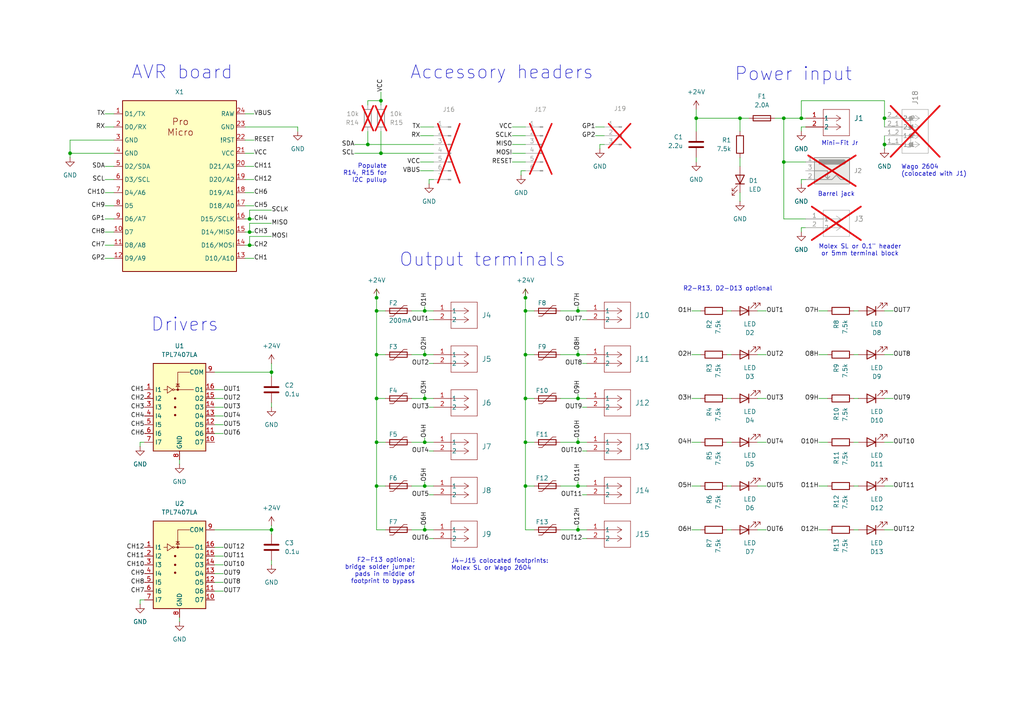
<source format=kicad_sch>
(kicad_sch (version 20231120) (generator "eeschema") (generator_version "8.0")
  (paper "A4")
  (title_block (title "UXIB-DN12 12-channel USB solenoid/relay driver") (date "2024-10-08") (rev "5") (company "Bioengineering Platform, Chan Zuckerberg Biohub San Francisco") (comment 1 "Greg Courville <greg.courville@czbiohub.org>"))
  (lib_symbols
    (symbol "Connector:Barrel_Jack_Switch" (pin_names hide)
      (property "Reference" "J" (at 0 5.334 0))
      (property "Value" "Barrel_Jack_Switch" (at 0 -5.08 0))
      (symbol "Barrel_Jack_Switch_1_1"
        (pin passive line (at 7.62 2.54 180) (length 2.54) (name "~") (number "1"))
        (pin passive line (at 7.62 -2.54 180) (length 2.54) (name "~") (number "2"))
        (pin passive line (at 7.62 0 180) (length 2.54) (name "~") (number "3"))
      )
    )
    (symbol "Connector:Conn_01x03_Pin" (pin_names (offset 1.016) hide)
      (property "Reference" "J" (at 0 5.08 0))
      (property "Value" "Conn_01x03_Pin" (at 0 -5.08 0))
      (symbol "Conn_01x03_Pin_1_1"
        (pin passive line (at 5.08 2.54 180) (length 3.81) (name "Pin_1") (number "1"))
        (pin passive line (at 5.08 0 180) (length 3.81) (name "Pin_2") (number "2"))
        (pin passive line (at 5.08 -2.54 180) (length 3.81) (name "Pin_3") (number "3"))
      )
    )
    (symbol "Connector:Conn_01x06_Pin" (pin_names (offset 1.016) hide)
      (property "Reference" "J" (at 0 7.62 0))
      (property "Value" "Conn_01x06_Pin" (at 0 -10.16 0))
      (symbol "Conn_01x06_Pin_1_1"
        (pin passive line (at 5.08 5.08 180) (length 3.81) (name "Pin_1") (number "1"))
        (pin passive line (at 5.08 2.54 180) (length 3.81) (name "Pin_2") (number "2"))
        (pin passive line (at 5.08 0 180) (length 3.81) (name "Pin_3") (number "3"))
        (pin passive line (at 5.08 -2.54 180) (length 3.81) (name "Pin_4") (number "4"))
        (pin passive line (at 5.08 -5.08 180) (length 3.81) (name "Pin_5") (number "5"))
        (pin passive line (at 5.08 -7.62 180) (length 3.81) (name "Pin_6") (number "6"))
      )
    )
    (symbol "Connector:Conn_01x07_Pin" (pin_names (offset 1.016) hide)
      (property "Reference" "J" (at 0 10.16 0))
      (property "Value" "Conn_01x07_Pin" (at 0 -10.16 0))
      (symbol "Conn_01x07_Pin_1_1"
        (pin passive line (at 5.08 7.62 180) (length 3.81) (name "Pin_1") (number "1"))
        (pin passive line (at 5.08 5.08 180) (length 3.81) (name "Pin_2") (number "2"))
        (pin passive line (at 5.08 2.54 180) (length 3.81) (name "Pin_3") (number "3"))
        (pin passive line (at 5.08 0 180) (length 3.81) (name "Pin_4") (number "4"))
        (pin passive line (at 5.08 -2.54 180) (length 3.81) (name "Pin_5") (number "5"))
        (pin passive line (at 5.08 -5.08 180) (length 3.81) (name "Pin_6") (number "6"))
        (pin passive line (at 5.08 -7.62 180) (length 3.81) (name "Pin_7") (number "7"))
      )
    )
    (symbol "Device:C" (pin_numbers hide) (pin_names (offset 0.254))
      (property "Reference" "C" (at 0.635 2.54 0))
      (property "Value" "C" (at 0.635 -2.54 0))
      (symbol "C_1_1"
        (pin passive line (at 0 3.81 270) (length 2.794) (name "~") (number "1"))
        (pin passive line (at 0 -3.81 90) (length 2.794) (name "~") (number "2"))
      )
    )
    (symbol "Device:Fuse" (pin_numbers hide) (pin_names (offset 0))
      (property "Reference" "F" (at 2.032 0 90))
      (property "Value" "Fuse" (at -1.905 0 90))
      (symbol "Fuse_1_1"
        (pin passive line (at 0 3.81 270) (length 1.27) (name "~") (number "1"))
        (pin passive line (at 0 -3.81 90) (length 1.27) (name "~") (number "2"))
      )
    )
    (symbol "Device:LED" (pin_numbers hide) (pin_names (offset 1.016) hide)
      (property "Reference" "D" (at 0 2.54 0))
      (property "Value" "LED" (at 0 -2.54 0))
      (symbol "LED_1_1"
        (pin passive line (at -3.81 0 0) (length 2.54) (name "K") (number "1"))
        (pin passive line (at 3.81 0 180) (length 2.54) (name "A") (number "2"))
      )
    )
    (symbol "Device:Polyfuse" (pin_numbers hide) (pin_names (offset 0))
      (property "Reference" "F" (at -2.54 0 90))
      (property "Value" "Polyfuse" (at 2.54 0 90))
      (symbol "Polyfuse_1_1"
        (pin passive line (at 0 3.81 270) (length 1.27) (name "~") (number "1"))
        (pin passive line (at 0 -3.81 90) (length 1.27) (name "~") (number "2"))
      )
    )
    (symbol "Device:R" (pin_numbers hide) (pin_names (offset 0))
      (property "Reference" "R" (at 2.032 0 90))
      (property "Value" "R" (at 0 0 90))
      (symbol "R_1_1"
        (pin passive line (at 0 3.81 270) (length 1.27) (name "~") (number "1"))
        (pin passive line (at 0 -3.81 90) (length 1.27) (name "~") (number "2"))
      )
    )
    (symbol "TPL7407LA_1"
      (property "Reference" "U1" (at 0 17.78 0))
      (property "Value" "TPL7407LA" (at 0 15.24 0))
      (symbol "TPL7407LA_1_1_1"
        (pin input line (at -10.16 5.08 0) (length 2.54) (name "I1") (number "1"))
        (pin open_collector line (at 10.16 -10.16 180) (length 2.54) (name "O7") (number "10"))
        (pin open_collector line (at 10.16 -7.62 180) (length 2.54) (name "O6") (number "11"))
        (pin open_collector line (at 10.16 -5.08 180) (length 2.54) (name "O5") (number "12"))
        (pin open_collector line (at 10.16 -2.54 180) (length 2.54) (name "O4") (number "13"))
        (pin open_collector line (at 10.16 0 180) (length 2.54) (name "O3") (number "14"))
        (pin open_collector line (at 10.16 2.54 180) (length 2.54) (name "O2") (number "15"))
        (pin open_collector line (at 10.16 5.08 180) (length 2.54) (name "O1") (number "16"))
        (pin input line (at -10.16 2.54 0) (length 2.54) (name "I2") (number "2"))
        (pin input line (at -10.16 0 0) (length 2.54) (name "I3") (number "3"))
        (pin input line (at -10.16 -2.54 0) (length 2.54) (name "I4") (number "4"))
        (pin input line (at -10.16 -5.08 0) (length 2.54) (name "I5") (number "5"))
        (pin input line (at -10.16 -7.62 0) (length 2.54) (name "I6") (number "6"))
        (pin input line (at -10.16 -10.16 0) (length 2.54) (name "I7") (number "7"))
        (pin power_in line (at 0 -15.24 90) (length 2.54) (name "GND") (number "8"))
        (pin passive line (at 10.16 10.16 180) (length 2.54) (name "COM") (number "9"))
      )
    )
    (symbol "molex_0705510001:705510001" (pin_names (offset 0.254))
      (property "Reference" "J" (at 8.89 6.35 0))
      (property "Value" "705510001" (at 0 0 0))
      (symbol "705510001_1_1"
        (pin unspecified line (at 0 0 0) (length 5.08) (name "1") (number "1"))
        (pin unspecified line (at 0 -2.54 0) (length 5.08) (name "2") (number "2"))
      )
      (symbol "705510001_1_2"
        (pin unspecified line (at 0 0 0) (length 5.08) (name "1") (number "1"))
        (pin unspecified line (at 0 -2.54 0) (length 5.08) (name "2") (number "2"))
      )
    )
    (symbol "molex_1726480102:1726480102" (pin_names (offset 0.254))
      (property "Reference" "J" (at 8.89 6.35 0))
      (property "Value" "1726480102" (at 0 0 0))
      (symbol "1726480102_1_1"
        (pin unspecified line (at 0 0 0) (length 5.08) (name "1") (number "1"))
        (pin unspecified line (at 0 -2.54 0) (length 5.08) (name "2") (number "2"))
      )
      (symbol "1726480102_1_2"
        (pin unspecified line (at 0 0 0) (length 5.08) (name "1") (number "1"))
        (pin unspecified line (at 0 -2.54 0) (length 5.08) (name "2") (number "2"))
      )
    )
    (symbol "power:+24V" (power) (pin_numbers hide) (pin_names (offset 0) hide)
      (property "Value" "+24V" (at 0 3.556 0))
      (symbol "+24V_1_1"
        (pin power_in line (at 0 0 90) (length 0) (name "~") (number "1"))
      )
    )
    (symbol "power:GND" (power) (pin_numbers hide) (pin_names (offset 0) hide)
      (property "Value" "GND" (at 0 -3.81 0))
      (symbol "GND_1_1"
        (pin power_in line (at 0 0 270) (length 0) (name "~") (number "1"))
      )
    )
    (symbol "symbols:TPL7407LA"
      (property "Reference" "U1" (at 0 17.78 0))
      (property "Value" "TPL7407LA" (at 0 15.24 0))
      (symbol "TPL7407LA_1_1"
        (pin input line (at -10.16 5.08 0) (length 2.54) (name "I1") (number "1"))
        (pin open_collector line (at 10.16 -10.16 180) (length 2.54) (name "O7") (number "10"))
        (pin open_collector line (at 10.16 -7.62 180) (length 2.54) (name "O6") (number "11"))
        (pin open_collector line (at 10.16 -5.08 180) (length 2.54) (name "O5") (number "12"))
        (pin open_collector line (at 10.16 -2.54 180) (length 2.54) (name "O4") (number "13"))
        (pin open_collector line (at 10.16 0 180) (length 2.54) (name "O3") (number "14"))
        (pin open_collector line (at 10.16 2.54 180) (length 2.54) (name "O2") (number "15"))
        (pin open_collector line (at 10.16 5.08 180) (length 2.54) (name "O1") (number "16"))
        (pin input line (at -10.16 2.54 0) (length 2.54) (name "I2") (number "2"))
        (pin input line (at -10.16 0 0) (length 2.54) (name "I3") (number "3"))
        (pin input line (at -10.16 -2.54 0) (length 2.54) (name "I4") (number "4"))
        (pin input line (at -10.16 -5.08 0) (length 2.54) (name "I5") (number "5"))
        (pin input line (at -10.16 -7.62 0) (length 2.54) (name "I6") (number "6"))
        (pin input line (at -10.16 -10.16 0) (length 2.54) (name "I7") (number "7"))
        (pin power_in line (at 0 -15.24 90) (length 2.54) (name "GND") (number "8"))
        (pin passive line (at 10.16 10.16 180) (length 2.54) (name "COM") (number "9"))
      )
    )
    (symbol "symbols:promicro"
      (property "Reference" "X" (at -19.05 -3.81 0))
      (symbol "promicro_1_1"
        (text "Pro\nMicro" (at 0.254 -7.62 0) (effects (font (size 1.905 1.905))))
        (pin bidirectional line (at -19.05 -3.81 0) (length 2.54) (name "D1/TX") (number "1"))
        (pin bidirectional line (at -19.05 -38.1 0) (length 2.54) (name "D7") (number "10"))
        (pin bidirectional line (at -19.05 -41.91 0) (length 2.54) (name "D8/A8") (number "11"))
        (pin bidirectional line (at -19.05 -45.72 0) (length 2.54) (name "D9/A9") (number "12"))
        (pin bidirectional line (at 19.05 -45.72 180) (length 2.54) (name "D10/A10") (number "13"))
        (pin bidirectional line (at 19.05 -41.91 180) (length 2.54) (name "D16/MOSI") (number "14"))
        (pin bidirectional line (at 19.05 -38.1 180) (length 2.54) (name "D14/MISO") (number "15"))
        (pin bidirectional line (at 19.05 -34.29 180) (length 2.54) (name "D15/SCLK") (number "16"))
        (pin bidirectional line (at 19.05 -30.48 180) (length 2.54) (name "D18/A0") (number "17"))
        (pin bidirectional line (at 19.05 -26.67 180) (length 2.54) (name "D19/A1") (number "18"))
        (pin bidirectional line (at 19.05 -22.86 180) (length 2.54) (name "D20/A2") (number "19"))
        (pin bidirectional line (at -19.05 -7.62 0) (length 2.54) (name "D0/RX") (number "2"))
        (pin bidirectional line (at 19.05 -19.05 180) (length 2.54) (name "D21/A3") (number "20"))
        (pin power_in line (at 19.05 -15.24 180) (length 2.54) (name "VCC") (number "21"))
        (pin input line (at 19.05 -11.43 180) (length 2.54) (name "!RST") (number "22"))
        (pin passive line (at 19.05 -7.62 180) (length 2.54) (name "GND") (number "23"))
        (pin power_in line (at 19.05 -3.81 180) (length 2.54) (name "RAW") (number "24"))
        (pin passive line (at -19.05 -11.43 0) (length 2.54) (name "GND") (number "3"))
        (pin passive line (at -19.05 -15.24 0) (length 2.54) (name "GND") (number "4"))
        (pin bidirectional line (at -19.05 -19.05 0) (length 2.54) (name "D2/SDA") (number "5"))
        (pin bidirectional line (at -19.05 -22.86 0) (length 2.54) (name "D3/SCL") (number "6"))
        (pin bidirectional line (at -19.05 -26.67 0) (length 2.54) (name "D4/A6") (number "7"))
        (pin bidirectional line (at -19.05 -30.48 0) (length 2.54) (name "D5") (number "8"))
        (pin bidirectional line (at -19.05 -34.29 0) (length 2.54) (name "D6/A7") (number "9"))
      )
    )
    (symbol "wago_2601-1102:2601-1102" (pin_names (offset 0.254))
      (property "Reference" "J" (at 8.89 6.35 0))
      (property "Value" "2601-1102" (at 0 0 0))
      (symbol "2601-1102_0_1"
        (pin unspecified line (at 0 0 0) (length 5.08) (name "1_1") (number "1_1"))
        (pin unspecified line (at 0 -2.54 0) (length 5.08) (name "1_2") (number "1_2"))
        (pin unspecified line (at 0 -5.08 0) (length 5.08) (name "2_1") (number "2_1"))
        (pin unspecified line (at 0 -7.62 0) (length 5.08) (name "2_2") (number "2_2"))
      )
    )
  )
  (junction (at 123.19 140.97))
  (junction (at 78.74 153.67))
  (junction (at 167.64 115.57))
  (junction (at 227.33 34.29))
  (junction (at 110.49 29.21))
  (junction (at 214.63 34.29))
  (junction (at 152.4 102.87))
  (junction (at 110.49 44.45))
  (junction (at 109.22 140.97))
  (junction (at 167.64 140.97))
  (junction (at 109.22 102.87))
  (junction (at 20.32 44.45))
  (junction (at 152.4 90.17))
  (junction (at 201.93 34.29))
  (junction (at 106.68 41.91))
  (junction (at 227.33 46.99))
  (junction (at 167.64 102.87))
  (junction (at 123.19 115.57))
  (junction (at 78.74 107.95))
  (junction (at 167.64 90.17))
  (junction (at 152.4 140.97))
  (junction (at 256.54 41.91))
  (junction (at 167.64 128.27))
  (junction (at 123.19 153.67))
  (junction (at 72.39 71.12))
  (junction (at 109.22 128.27))
  (junction (at 123.19 128.27))
  (junction (at 109.22 86.36))
  (junction (at 152.4 115.57))
  (junction (at 72.39 63.5))
  (junction (at 152.4 86.36))
  (junction (at 72.39 67.31))
  (junction (at 152.4 128.27))
  (junction (at 232.41 34.29))
  (junction (at 123.19 102.87))
  (junction (at 256.54 34.29))
  (junction (at 109.22 90.17))
  (junction (at 109.22 115.57))
  (junction (at 123.19 90.17))
  (junction (at 167.64 153.67))
  (wire (pts (xy 78.74 163.83) (xy 78.74 162.56)))
  (wire (pts (xy 72.39 68.58) (xy 72.39 71.12)))
  (wire (pts (xy 106.68 30.48) (xy 106.68 29.21)))
  (wire (pts (xy 64.77 158.75) (xy 62.23 158.75)))
  (wire (pts (xy 123.19 140.97) (xy 125.73 140.97)))
  (wire (pts (xy 124.46 92.71) (xy 125.73 92.71)))
  (wire (pts (xy 121.92 46.99) (xy 125.73 46.99)))
  (wire (pts (xy 78.74 152.4) (xy 78.74 153.67)))
  (wire (pts (xy 72.39 71.12) (xy 71.12 71.12)))
  (wire (pts (xy 119.38 140.97) (xy 123.19 140.97)))
  (wire (pts (xy 119.38 153.67) (xy 123.19 153.67)))
  (wire (pts (xy 210.82 140.97) (xy 212.09 140.97)))
  (wire (pts (xy 62.23 113.03) (xy 64.77 113.03)))
  (wire (pts (xy 62.23 168.91) (xy 64.77 168.91)))
  (wire (pts (xy 62.23 153.67) (xy 78.74 153.67)))
  (wire (pts (xy 247.65 140.97) (xy 248.92 140.97)))
  (wire (pts (xy 219.71 128.27) (xy 222.25 128.27)))
  (wire (pts (xy 168.91 143.51) (xy 170.18 143.51)))
  (wire (pts (xy 214.63 55.88) (xy 214.63 58.42)))
  (wire (pts (xy 41.91 128.27) (xy 40.64 128.27)))
  (wire (pts (xy 121.92 49.53) (xy 125.73 49.53)))
  (wire (pts (xy 109.22 140.97) (xy 109.22 153.67)))
  (wire (pts (xy 256.54 128.27) (xy 259.08 128.27)))
  (wire (pts (xy 111.76 102.87) (xy 109.22 102.87)))
  (wire (pts (xy 152.4 128.27) (xy 152.4 140.97)))
  (wire (pts (xy 167.64 127) (xy 167.64 128.27)))
  (wire (pts (xy 200.66 102.87) (xy 203.2 102.87)))
  (wire (pts (xy 200.66 128.27) (xy 203.2 128.27)))
  (wire (pts (xy 73.66 33.02) (xy 71.12 33.02)))
  (wire (pts (xy 71.12 36.83) (xy 86.36 36.83)))
  (wire (pts (xy 123.19 101.6) (xy 123.19 102.87)))
  (wire (pts (xy 214.63 45.72) (xy 214.63 48.26)))
  (wire (pts (xy 72.39 64.77) (xy 78.74 64.77)))
  (wire (pts (xy 210.82 102.87) (xy 212.09 102.87)))
  (wire (pts (xy 256.54 29.21) (xy 256.54 34.29)))
  (wire (pts (xy 30.48 36.83) (xy 33.02 36.83)))
  (wire (pts (xy 109.22 90.17) (xy 109.22 86.36)))
  (wire (pts (xy 170.18 102.87) (xy 167.64 102.87)))
  (wire (pts (xy 30.48 52.07) (xy 33.02 52.07)))
  (wire (pts (xy 106.68 29.21) (xy 110.49 29.21)))
  (wire (pts (xy 237.49 90.17) (xy 240.03 90.17)))
  (wire (pts (xy 109.22 90.17) (xy 109.22 102.87)))
  (wire (pts (xy 62.23 115.57) (xy 64.77 115.57)))
  (wire (pts (xy 30.48 55.88) (xy 33.02 55.88)))
  (wire (pts (xy 200.66 140.97) (xy 203.2 140.97)))
  (wire (pts (xy 72.39 60.96) (xy 72.39 63.5)))
  (wire (pts (xy 30.48 63.5) (xy 33.02 63.5)))
  (wire (pts (xy 256.54 41.91) (xy 256.54 43.18)))
  (wire (pts (xy 167.64 114.3) (xy 167.64 115.57)))
  (wire (pts (xy 219.71 153.67) (xy 222.25 153.67)))
  (wire (pts (xy 123.19 102.87) (xy 125.73 102.87)))
  (wire (pts (xy 232.41 52.07) (xy 232.41 53.34)))
  (wire (pts (xy 152.4 140.97) (xy 152.4 153.67)))
  (wire (pts (xy 256.54 115.57) (xy 259.08 115.57)))
  (wire (pts (xy 148.59 44.45) (xy 152.4 44.45)))
  (wire (pts (xy 247.65 128.27) (xy 248.92 128.27)))
  (wire (pts (xy 152.4 49.53) (xy 151.13 49.53)))
  (wire (pts (xy 170.18 128.27) (xy 167.64 128.27)))
  (wire (pts (xy 64.77 163.83) (xy 62.23 163.83)))
  (wire (pts (xy 72.39 63.5) (xy 71.12 63.5)))
  (wire (pts (xy 167.64 90.17) (xy 162.56 90.17)))
  (wire (pts (xy 167.64 140.97) (xy 162.56 140.97)))
  (wire (pts (xy 111.76 140.97) (xy 109.22 140.97)))
  (wire (pts (xy 170.18 140.97) (xy 167.64 140.97)))
  (wire (pts (xy 219.71 140.97) (xy 222.25 140.97)))
  (wire (pts (xy 210.82 153.67) (xy 212.09 153.67)))
  (wire (pts (xy 111.76 153.67) (xy 109.22 153.67)))
  (wire (pts (xy 73.66 48.26) (xy 71.12 48.26)))
  (wire (pts (xy 152.4 86.36) (xy 152.4 83.82)))
  (wire (pts (xy 168.91 130.81) (xy 170.18 130.81)))
  (wire (pts (xy 168.91 92.71) (xy 170.18 92.71)))
  (wire (pts (xy 232.41 36.83) (xy 232.41 38.1)))
  (wire (pts (xy 123.19 127) (xy 123.19 128.27)))
  (wire (pts (xy 167.64 153.67) (xy 162.56 153.67)))
  (wire (pts (xy 219.71 115.57) (xy 222.25 115.57)))
  (wire (pts (xy 62.23 107.95) (xy 78.74 107.95)))
  (wire (pts (xy 154.94 115.57) (xy 152.4 115.57)))
  (wire (pts (xy 119.38 128.27) (xy 123.19 128.27)))
  (wire (pts (xy 62.23 118.11) (xy 64.77 118.11)))
  (wire (pts (xy 40.64 128.27) (xy 40.64 129.54)))
  (wire (pts (xy 124.46 130.81) (xy 125.73 130.81)))
  (wire (pts (xy 152.4 102.87) (xy 152.4 115.57)))
  (wire (pts (xy 168.91 105.41) (xy 170.18 105.41)))
  (wire (pts (xy 30.48 67.31) (xy 33.02 67.31)))
  (wire (pts (xy 247.65 102.87) (xy 248.92 102.87)))
  (wire (pts (xy 111.76 128.27) (xy 109.22 128.27)))
  (wire (pts (xy 224.79 34.29) (xy 227.33 34.29)))
  (wire (pts (xy 210.82 128.27) (xy 212.09 128.27)))
  (wire (pts (xy 109.22 102.87) (xy 109.22 115.57)))
  (wire (pts (xy 232.41 34.29) (xy 232.41 29.21)))
  (wire (pts (xy 167.64 128.27) (xy 162.56 128.27)))
  (wire (pts (xy 148.59 39.37) (xy 152.4 39.37)))
  (wire (pts (xy 167.64 102.87) (xy 162.56 102.87)))
  (wire (pts (xy 72.39 64.77) (xy 72.39 67.31)))
  (wire (pts (xy 62.23 171.45) (xy 64.77 171.45)))
  (wire (pts (xy 201.93 34.29) (xy 214.63 34.29)))
  (wire (pts (xy 152.4 90.17) (xy 152.4 102.87)))
  (wire (pts (xy 237.49 102.87) (xy 240.03 102.87)))
  (wire (pts (xy 170.18 115.57) (xy 167.64 115.57)))
  (wire (pts (xy 256.54 39.37) (xy 256.54 41.91)))
  (wire (pts (xy 109.22 115.57) (xy 109.22 128.27)))
  (wire (pts (xy 102.87 44.45) (xy 110.49 44.45)))
  (wire (pts (xy 30.48 59.69) (xy 33.02 59.69)))
  (wire (pts (xy 227.33 63.5) (xy 227.33 46.99)))
  (wire (pts (xy 148.59 36.83) (xy 152.4 36.83)))
  (wire (pts (xy 72.39 68.58) (xy 78.74 68.58)))
  (wire (pts (xy 152.4 115.57) (xy 152.4 128.27)))
  (wire (pts (xy 172.72 36.83) (xy 175.26 36.83)))
  (wire (pts (xy 106.68 38.1) (xy 106.68 41.91)))
  (wire (pts (xy 152.4 90.17) (xy 152.4 86.36)))
  (wire (pts (xy 64.77 166.37) (xy 62.23 166.37)))
  (wire (pts (xy 110.49 44.45) (xy 125.73 44.45)))
  (wire (pts (xy 167.64 139.7) (xy 167.64 140.97)))
  (wire (pts (xy 78.74 105.41) (xy 78.74 107.95)))
  (wire (pts (xy 227.33 34.29) (xy 232.41 34.29)))
  (wire (pts (xy 154.94 140.97) (xy 152.4 140.97)))
  (wire (pts (xy 73.66 59.69) (xy 71.12 59.69)))
  (wire (pts (xy 123.19 114.3) (xy 123.19 115.57)))
  (wire (pts (xy 256.54 90.17) (xy 259.08 90.17)))
  (wire (pts (xy 52.07 179.07) (xy 52.07 180.34)))
  (wire (pts (xy 119.38 115.57) (xy 123.19 115.57)))
  (wire (pts (xy 232.41 34.29) (xy 233.68 34.29)))
  (wire (pts (xy 214.63 34.29) (xy 217.17 34.29)))
  (wire (pts (xy 237.49 115.57) (xy 240.03 115.57)))
  (wire (pts (xy 72.39 67.31) (xy 71.12 67.31)))
  (wire (pts (xy 64.77 161.29) (xy 62.23 161.29)))
  (wire (pts (xy 123.19 88.9) (xy 123.19 90.17)))
  (wire (pts (xy 73.66 40.64) (xy 71.12 40.64)))
  (wire (pts (xy 73.66 44.45) (xy 71.12 44.45)))
  (wire (pts (xy 20.32 44.45) (xy 20.32 45.72)))
  (wire (pts (xy 73.66 63.5) (xy 72.39 63.5)))
  (wire (pts (xy 119.38 102.87) (xy 123.19 102.87)))
  (wire (pts (xy 256.54 140.97) (xy 259.08 140.97)))
  (wire (pts (xy 40.64 173.99) (xy 40.64 175.26)))
  (wire (pts (xy 214.63 34.29) (xy 214.63 38.1)))
  (wire (pts (xy 200.66 90.17) (xy 203.2 90.17)))
  (wire (pts (xy 110.49 29.21) (xy 110.49 30.48)))
  (wire (pts (xy 210.82 90.17) (xy 212.09 90.17)))
  (wire (pts (xy 219.71 102.87) (xy 222.25 102.87)))
  (wire (pts (xy 173.99 43.18) (xy 173.99 41.91)))
  (wire (pts (xy 170.18 153.67) (xy 167.64 153.67)))
  (wire (pts (xy 119.38 90.17) (xy 123.19 90.17)))
  (wire (pts (xy 110.49 38.1) (xy 110.49 44.45)))
  (wire (pts (xy 109.22 128.27) (xy 109.22 140.97)))
  (wire (pts (xy 173.99 41.91) (xy 175.26 41.91)))
  (wire (pts (xy 124.46 118.11) (xy 125.73 118.11)))
  (wire (pts (xy 78.74 107.95) (xy 78.74 109.22)))
  (wire (pts (xy 167.64 115.57) (xy 162.56 115.57)))
  (wire (pts (xy 121.92 36.83) (xy 125.73 36.83)))
  (wire (pts (xy 62.23 120.65) (xy 64.77 120.65)))
  (wire (pts (xy 73.66 52.07) (xy 71.12 52.07)))
  (wire (pts (xy 219.71 90.17) (xy 222.25 90.17)))
  (wire (pts (xy 237.49 140.97) (xy 240.03 140.97)))
  (wire (pts (xy 168.91 156.21) (xy 170.18 156.21)))
  (wire (pts (xy 200.66 115.57) (xy 203.2 115.57)))
  (wire (pts (xy 33.02 40.64) (xy 20.32 40.64)))
  (wire (pts (xy 201.93 34.29) (xy 201.93 31.75)))
  (wire (pts (xy 200.66 153.67) (xy 203.2 153.67)))
  (wire (pts (xy 62.23 123.19) (xy 64.77 123.19)))
  (wire (pts (xy 62.23 125.73) (xy 64.77 125.73)))
  (wire (pts (xy 102.87 41.91) (xy 106.68 41.91)))
  (wire (pts (xy 124.46 52.07) (xy 124.46 53.34)))
  (wire (pts (xy 201.93 45.72) (xy 201.93 46.99)))
  (wire (pts (xy 123.19 90.17) (xy 125.73 90.17)))
  (wire (pts (xy 20.32 40.64) (xy 20.32 44.45)))
  (wire (pts (xy 167.64 152.4) (xy 167.64 153.67)))
  (wire (pts (xy 30.48 48.26) (xy 33.02 48.26)))
  (wire (pts (xy 256.54 102.87) (xy 259.08 102.87)))
  (wire (pts (xy 247.65 90.17) (xy 248.92 90.17)))
  (wire (pts (xy 111.76 90.17) (xy 109.22 90.17)))
  (wire (pts (xy 237.49 153.67) (xy 240.03 153.67)))
  (wire (pts (xy 52.07 133.35) (xy 52.07 134.62)))
  (wire (pts (xy 30.48 74.93) (xy 33.02 74.93)))
  (wire (pts (xy 110.49 26.67) (xy 110.49 29.21)))
  (wire (pts (xy 148.59 41.91) (xy 152.4 41.91)))
  (wire (pts (xy 233.68 66.04) (xy 232.41 66.04)))
  (wire (pts (xy 247.65 153.67) (xy 248.92 153.67)))
  (wire (pts (xy 256.54 153.67) (xy 259.08 153.67)))
  (wire (pts (xy 154.94 128.27) (xy 152.4 128.27)))
  (wire (pts (xy 210.82 115.57) (xy 212.09 115.57)))
  (wire (pts (xy 73.66 74.93) (xy 71.12 74.93)))
  (wire (pts (xy 237.49 128.27) (xy 240.03 128.27)))
  (wire (pts (xy 73.66 71.12) (xy 72.39 71.12)))
  (wire (pts (xy 170.18 90.17) (xy 167.64 90.17)))
  (wire (pts (xy 109.22 86.36) (xy 109.22 83.82)))
  (wire (pts (xy 73.66 55.88) (xy 71.12 55.88)))
  (wire (pts (xy 167.64 88.9) (xy 167.64 90.17)))
  (wire (pts (xy 154.94 102.87) (xy 152.4 102.87)))
  (wire (pts (xy 233.68 36.83) (xy 232.41 36.83)))
  (wire (pts (xy 106.68 41.91) (xy 125.73 41.91)))
  (wire (pts (xy 123.19 140.97) (xy 123.19 139.7)))
  (wire (pts (xy 123.19 152.4) (xy 123.19 153.67)))
  (wire (pts (xy 148.59 46.99) (xy 152.4 46.99)))
  (wire (pts (xy 125.73 52.07) (xy 124.46 52.07)))
  (wire (pts (xy 123.19 115.57) (xy 125.73 115.57)))
  (wire (pts (xy 41.91 173.99) (xy 40.64 173.99)))
  (wire (pts (xy 124.46 156.21) (xy 125.73 156.21)))
  (wire (pts (xy 201.93 34.29) (xy 201.93 38.1)))
  (wire (pts (xy 154.94 153.67) (xy 152.4 153.67)))
  (wire (pts (xy 168.91 118.11) (xy 170.18 118.11)))
  (wire (pts (xy 232.41 29.21) (xy 256.54 29.21)))
  (wire (pts (xy 123.19 128.27) (xy 125.73 128.27)))
  (wire (pts (xy 256.54 34.29) (xy 256.54 36.83)))
  (wire (pts (xy 233.68 46.99) (xy 227.33 46.99)))
  (wire (pts (xy 124.46 143.51) (xy 125.73 143.51)))
  (wire (pts (xy 232.41 66.04) (xy 232.41 67.31)))
  (wire (pts (xy 20.32 44.45) (xy 33.02 44.45)))
  (wire (pts (xy 121.92 39.37) (xy 125.73 39.37)))
  (wire (pts (xy 86.36 36.83) (xy 86.36 38.1)))
  (wire (pts (xy 72.39 60.96) (xy 78.74 60.96)))
  (wire (pts (xy 123.19 153.67) (xy 125.73 153.67)))
  (wire (pts (xy 73.66 67.31) (xy 72.39 67.31)))
  (wire (pts (xy 78.74 118.11) (xy 78.74 116.84)))
  (wire (pts (xy 154.94 90.17) (xy 152.4 90.17)))
  (wire (pts (xy 124.46 105.41) (xy 125.73 105.41)))
  (wire (pts (xy 151.13 49.53) (xy 151.13 50.8)))
  (wire (pts (xy 232.41 52.07) (xy 233.68 52.07)))
  (wire (pts (xy 30.48 33.02) (xy 33.02 33.02)))
  (wire (pts (xy 233.68 63.5) (xy 227.33 63.5)))
  (wire (pts (xy 247.65 115.57) (xy 248.92 115.57)))
  (wire (pts (xy 167.64 101.6) (xy 167.64 102.87)))
  (wire (pts (xy 30.48 71.12) (xy 33.02 71.12)))
  (wire (pts (xy 78.74 153.67) (xy 78.74 154.94)))
  (wire (pts (xy 227.33 46.99) (xy 227.33 34.29)))
  (wire (pts (xy 172.72 39.37) (xy 175.26 39.37)))
  (wire (pts (xy 111.76 115.57) (xy 109.22 115.57)))
  (text "J4-J15 colocated footprints:\nMolex SL or Wago 2604" (at 130.81 163.83 0) (effects (font (size 1.27 1.27)) (justify left)))
  (text "Populate\nR14, R15 for\nI2C pullup" (at 112.268 50.292 0) (effects (font (size 1.27 1.27)) (justify right)))
  (text "Accessory headers" (at 145.542 21.082 0) (effects (font (size 3.81 3.81))))
  (text "Molex SL or 0.1\" header\nor 5mm terminal block" (at 249.428 72.644 0) (effects (font (size 1.27 1.27))))
  (text "Drivers" (at 53.594 94.234 0) (effects (font (size 3.81 3.81))))
  (text "Mini-Fit Jr" (at 243.586 41.656 0) (effects (font (size 1.27 1.27))))
  (text "AVR board" (at 52.832 21.082 0) (effects (font (size 3.81 3.81))))
  (text "Power input" (at 230.124 21.59 0) (effects (font (size 3.81 3.81))))
  (text "Output terminals" (at 139.954 75.438 0) (effects (font (size 3.81 3.81))))
  (text "F2-F13 optional;\nbridge solder jumper\npads in middle of\nfootprint to bypass" (at 120.396 165.608 0) (effects (font (size 1.27 1.27)) (justify right)))
  (text "R2-R13, D2-D13 optional" (at 198.12 83.82 0) (effects (font (size 1.27 1.27)) (justify left)))
  (text "Wago 2604\n(colocated with J1)" (at 261.366 49.53 0) (effects (font (size 1.27 1.27)) (justify left)))
  (text "Barrel jack" (at 242.57 56.388 0) (effects (font (size 1.27 1.27))))
  (label "TX" (at 121.92 36.83 180))
  (label "OUT12" (at 64.77 158.75 0))
  (label "O2H" (at 200.66 102.87 180))
  (label "O10H" (at 167.64 127 90))
  (label "O11H" (at 167.64 139.7 90))
  (label "OUT12" (at 168.91 156.21 180))
  (label "OUT4" (at 64.77 120.65 0))
  (label "O7H" (at 237.49 90.17 180))
  (label "OUT5" (at 124.46 143.51 180))
  (label "OUT2" (at 64.77 115.57 0))
  (label "CH2" (at 41.91 115.57 180))
  (label "SCL" (at 102.87 44.45 180))
  (label "GP1" (at 30.48 63.5 180))
  (label "SCL" (at 30.48 52.07 180))
  (label "MISO" (at 78.74 64.77 0))
  (label "O8H" (at 237.49 102.87 180))
  (label "CH12" (at 41.91 158.75 180))
  (label "OUT7" (at 64.77 171.45 0))
  (label "OUT11" (at 168.91 143.51 180))
  (label "RX" (at 30.48 36.83 180))
  (label "OUT11" (at 64.77 161.29 0))
  (label "OUT9" (at 168.91 118.11 180))
  (label "OUT6" (at 64.77 125.73 0))
  (label "MOSI" (at 148.59 44.45 180))
  (label "CH2" (at 73.66 71.12 0))
  (label "GP2" (at 30.48 74.93 180))
  (label "SCLK" (at 148.59 39.37 180))
  (label "OUT5" (at 222.25 140.97 0))
  (label "OUT4" (at 222.25 128.27 0))
  (label "VCC" (at 148.59 36.83 180))
  (label "O9H" (at 167.64 114.3 90))
  (label "MOSI" (at 78.74 68.58 0))
  (label "CH4" (at 41.91 120.65 180))
  (label "OUT8" (at 259.08 102.87 0))
  (label "CH10" (at 41.91 163.83 180))
  (label "CH5" (at 73.66 59.69 0))
  (label "O12H" (at 237.49 153.67 180))
  (label "O1H" (at 123.19 88.9 90))
  (label "O12H" (at 167.64 152.4 90))
  (label "OUT5" (at 64.77 123.19 0))
  (label "OUT7" (at 259.08 90.17 0))
  (label "OUT1" (at 124.46 92.71 180))
  (label "CH11" (at 41.91 161.29 180))
  (label "OUT8" (at 64.77 168.91 0))
  (label "CH1" (at 41.91 113.03 180))
  (label "CH7" (at 41.91 171.45 180))
  (label "OUT6" (at 124.46 156.21 180))
  (label "MISO" (at 148.59 41.91 180))
  (label "OUT10" (at 259.08 128.27 0))
  (label "VCC" (at 121.92 46.99 180))
  (label "O4H" (at 200.66 128.27 180))
  (label "O4H" (at 123.19 127 90))
  (label "CH6" (at 73.66 55.88 0))
  (label "O1H" (at 200.66 90.17 180))
  (label "RX" (at 121.92 39.37 180))
  (label "OUT4" (at 124.46 130.81 180))
  (label "O2H" (at 123.19 101.6 90))
  (label "O6H" (at 200.66 153.67 180))
  (label "SDA" (at 30.48 48.26 180))
  (label "O8H" (at 167.64 101.6 90))
  (label "O5H" (at 123.19 139.7 90))
  (label "VBUS" (at 73.66 33.02 0))
  (label "OUT3" (at 64.77 118.11 0))
  (label "CH7" (at 30.48 71.12 180))
  (label "OUT9" (at 259.08 115.57 0))
  (label "O5H" (at 200.66 140.97 180))
  (label "O3H" (at 123.19 114.3 90))
  (label "CH9" (at 41.91 166.37 180))
  (label "RESET" (at 73.66 40.64 0))
  (label "O3H" (at 200.66 115.57 180))
  (label "GP2" (at 172.72 39.37 180))
  (label "OUT3" (at 222.25 115.57 0))
  (label "CH3" (at 73.66 67.31 0))
  (label "O10H" (at 237.49 128.27 180))
  (label "OUT12" (at 259.08 153.67 0))
  (label "O6H" (at 123.19 152.4 90))
  (label "CH3" (at 41.91 118.11 180))
  (label "CH8" (at 30.48 67.31 180))
  (label "OUT2" (at 124.46 105.41 180))
  (label "O11H" (at 237.49 140.97 180))
  (label "OUT9" (at 64.77 166.37 0))
  (label "CH5" (at 41.91 123.19 180))
  (label "OUT1" (at 222.25 90.17 0))
  (label "OUT3" (at 124.46 118.11 180))
  (label "OUT11" (at 259.08 140.97 0))
  (label "OUT10" (at 64.77 163.83 0))
  (label "CH8" (at 41.91 168.91 180))
  (label "O9H" (at 237.49 115.57 180))
  (label "VCC" (at 73.66 44.45 0))
  (label "TX" (at 30.48 33.02 180))
  (label "GP1" (at 172.72 36.83 180))
  (label "CH9" (at 30.48 59.69 180))
  (label "OUT1" (at 64.77 113.03 0))
  (label "VCC" (at 110.49 26.67 90))
  (label "CH4" (at 73.66 63.5 0))
  (label "OUT7" (at 168.91 92.71 180))
  (label "SDA" (at 102.87 41.91 180))
  (label "SCLK" (at 78.74 60.96 0))
  (label "VBUS" (at 121.92 49.53 180))
  (label "CH6" (at 41.91 125.73 180))
  (label "RESET" (at 148.59 46.99 180))
  (label "OUT2" (at 222.25 102.87 0))
  (label "CH10" (at 30.48 55.88 180))
  (label "OUT8" (at 168.91 105.41 180))
  (label "OUT6" (at 222.25 153.67 0))
  (label "CH11" (at 73.66 48.26 0))
  (label "OUT10" (at 168.91 130.81 180))
  (label "CH12" (at 73.66 52.07 0))
  (label "O7H" (at 167.64 88.9 90))
  (label "CH1" (at 73.66 74.93 0))
  (symbol (lib_id "Device:Polyfuse") (at 158.75 128.27 90) (unit 1)
    (property "Reference" "F11" (at 157.226 125.984 90))
    (property "Value" "200mA" (effects (hide yes)))
    (property "Footprint" "footprints:fuse_1206_jumperable" (effects (hide yes)))
    (property "Description" "1206 PTC self-resetting fuse, 200mA 30V" (effects (hide yes)))
    (property "MFR" "Bourns" (effects (hide yes)))
    (property "MOUSER_SKU" "652-MF-NSMF020X-2" (effects (hide yes)))
    (property "MPN" "MF-NSMF020X-2" (effects (hide yes)))
  )
  (symbol (lib_id "symbols:TPL7407LA") (at 52.07 118.11 0) (unit 1)
    (property "Reference" "U1" (at 52.07 100.33 0))
    (property "Value" "TPL7407LA" (at 52.07 102.87 0))
    (property "Footprint" "Package_SO:SOIC-16_3.9x9.9mm_P1.27mm" (effects (hide yes)))
    (property "Datasheet" "http://www.ti.com/lit/ds/symlink/uln2003a.pdf" (effects (hide yes)))
    (property "Description" "7-channel 30V 500mA low side switch array, SOIC16" (effects (hide yes)))
    (property "MFR" "Texas Instruments" (effects (hide yes)))
    (property "MOUSER_SKU" "595-TPL7407LADR" (effects (hide yes)))
    (property "MPN" "TPL7407LADR" (effects (hide yes)))
  )
  (symbol (lib_id "Device:R") (at 106.68 34.29 180) (unit 1) (dnp yes)
    (property "Reference" "R14" (at 104.14 35.5601 0) (effects (justify left)))
    (property "Value" "10k" (at 104.14 33.0201 0) (effects (justify left)))
    (property "Footprint" "Resistor_SMD:R_0805_2012Metric_Pad1.20x1.40mm_HandSolder" (effects (hide yes)))
    (property "Description" "0805 resistor, 10kOhm" (effects (hide yes)))
    (property "MFR" "whatever" (effects (hide yes)))
    (property "MPN" "whatever" (effects (hide yes)))
  )
  (symbol (lib_id "power:GND") (at 151.13 50.8 0) (unit 1)
    (property "Reference" "#PWR020" (effects (hide yes)))
    (property "Value" "GND" (at 151.13 55.88 0))
    (property "Description" "Power symbol creates a global label with name \"GND\" , ground" (effects (hide yes)))
  )
  (symbol (lib_id "Device:R") (at 243.84 128.27 90) (mirror x) (unit 1)
    (property "Reference" "R11" (at 242.5699 130.81 0) (effects (justify left)))
    (property "Value" "7.5k" (at 245.1099 130.81 0) (effects (justify left)))
    (property "Footprint" "Resistor_SMD:R_0805_2012Metric_Pad1.20x1.40mm_HandSolder" (effects (hide yes)))
    (property "Description" "0805 resistor, 7.5 kOhm 0.5W" (effects (hide yes)))
    (property "DIGIKEY_SKU" "P7.5KADCT-ND" (effects (hide yes)))
    (property "MFR" "anasonic Electronic Components" (effects (hide yes)))
    (property "MPN" "ERJ-P06J752V" (effects (hide yes)))
  )
  (symbol (lib_id "Connector:Conn_01x06_Pin") (at 157.48 41.91 0) (mirror y) (unit 1) (dnp yes)
    (property "Reference" "J17" (at 156.718 31.75 0))
    (property "Value" "n/a" (effects (hide yes)))
    (property "Footprint" "Connector_PinHeader_2.54mm:PinHeader_2x03_P2.54mm_Vertical" (effects (hide yes)))
    (property "Description" "Generic 0.1\" pin header footprint" (effects (hide yes)))
    (property "MFR" "n/a" (effects (hide yes)))
    (property "MPN" "n/a" (effects (hide yes)))
  )
  (symbol (lib_id "Device:Polyfuse") (at 158.75 140.97 90) (unit 1)
    (property "Reference" "F12" (at 157.226 138.684 90))
    (property "Value" "200mA" (effects (hide yes)))
    (property "Footprint" "footprints:fuse_1206_jumperable" (effects (hide yes)))
    (property "Description" "1206 PTC self-resetting fuse, 200mA 30V" (effects (hide yes)))
    (property "MFR" "Bourns" (effects (hide yes)))
    (property "MOUSER_SKU" "652-MF-NSMF020X-2" (effects (hide yes)))
    (property "MPN" "MF-NSMF020X-2" (effects (hide yes)))
  )
  (symbol (lib_id "molex_0705510001:705510001") (at 125.73 115.57 0) (unit 1)
    (property "Reference" "J6" (at 139.7 116.8399 0) (effects (font (size 1.524 1.524)) (justify left)))
    (property "Value" "705510001" (effects (hide yes)))
    (property "Footprint" "footprints:molex_705510001_or_wago_2601-1102_lh" (effects (hide yes)))
    (property "Datasheet" "705510001" (effects (hide yes)))
    (property "Description" "2pos Molex SL header (70551-0001) or Wago terminal block (2601-1102)" (effects (hide yes)))
    (property "MFR" "Molex" (effects (hide yes)))
    (property "MOUSER_SKU" "538-70551-0001" (effects (hide yes)))
    (property "MPN" "70551-0001" (effects (hide yes)))
  )
  (symbol (lib_id "Device:C") (at 78.74 113.03 0) (unit 1)
    (property "Reference" "C2" (at 82.55 111.7599 0) (effects (justify left)))
    (property "Value" "0.1u" (at 82.55 114.2999 0) (effects (justify left)))
    (property "Footprint" "Capacitor_SMD:C_0805_2012Metric_Pad1.18x1.45mm_HandSolder" (effects (hide yes)))
    (property "Description" "0805 ceramic cap 0.1uF 50V" (effects (hide yes)))
    (property "DIGIKEY_SKU" "478-KAF21AR81H104KUCT-ND" (effects (hide yes)))
    (property "MFR" "Kyocera AVX" (effects (hide yes)))
    (property "MPN" "08055F104K4Z2A" (effects (hide yes)))
  )
  (symbol (lib_id "Device:Polyfuse") (at 158.75 153.67 90) (unit 1)
    (property "Reference" "F13" (at 157.226 151.384 90))
    (property "Value" "200mA" (effects (hide yes)))
    (property "Footprint" "footprints:fuse_1206_jumperable" (effects (hide yes)))
    (property "Description" "1206 PTC self-resetting fuse, 200mA 30V" (effects (hide yes)))
    (property "MFR" "Bourns" (effects (hide yes)))
    (property "MOUSER_SKU" "652-MF-NSMF020X-2" (effects (hide yes)))
    (property "MPN" "MF-NSMF020X-2" (effects (hide yes)))
  )
  (symbol (lib_id "Device:R") (at 110.49 34.29 0) (mirror x) (unit 1) (dnp yes)
    (property "Reference" "R15" (at 113.03 35.5601 0) (effects (justify left)))
    (property "Value" "10k" (at 113.03 33.0201 0) (effects (justify left)))
    (property "Footprint" "Resistor_SMD:R_0805_2012Metric_Pad1.20x1.40mm_HandSolder" (effects (hide yes)))
    (property "Description" "0805 resistor, 10kOhm" (effects (hide yes)))
    (property "MFR" "whatever" (effects (hide yes)))
    (property "MPN" "whatever" (effects (hide yes)))
  )
  (symbol (lib_id "power:GND") (at 173.99 43.18 0) (unit 1)
    (property "Reference" "#PWR022" (effects (hide yes)))
    (property "Value" "GND" (at 173.99 48.26 0))
    (property "Description" "Power symbol creates a global label with name \"GND\" , ground" (effects (hide yes)))
  )
  (symbol (lib_id "wago_2601-1102:2601-1102") (at 256.54 41.91 0) (mirror x) (unit 1) (dnp yes)
    (property "Reference" "J18" (at 265.4301 30.48 90) (effects (font (size 1.524 1.524)) (justify right)))
    (property "Value" "2601-1102" (effects (hide yes)))
    (property "Footprint" "footprints:CONN_2601-1102_WAG" (effects (hide yes)))
    (property "Datasheet" "2601-1102" (effects (hide yes)))
    (property "Description" "Wago 3.5mm 2pos lever lock terminal block" (effects (hide yes)))
    (property "DIGIKEY_SKU" "2946-2601-1102-ND" (effects (hide yes)))
    (property "MFR" "WAGO Corporation" (effects (hide yes)))
    (property "MPN" "2601-1102" (effects (hide yes)))
  )
  (symbol (lib_id "Device:R") (at 207.01 102.87 90) (mirror x) (unit 1)
    (property "Reference" "R3" (at 205.7399 105.41 0) (effects (justify left)))
    (property "Value" "7.5k" (at 208.2799 105.41 0) (effects (justify left)))
    (property "Footprint" "Resistor_SMD:R_0805_2012Metric_Pad1.20x1.40mm_HandSolder" (effects (hide yes)))
    (property "Description" "0805 resistor, 7.5 kOhm 0.5W" (effects (hide yes)))
    (property "DIGIKEY_SKU" "P7.5KADCT-ND" (effects (hide yes)))
    (property "MFR" "anasonic Electronic Components" (effects (hide yes)))
    (property "MPN" "ERJ-P06J752V" (effects (hide yes)))
  )
  (symbol (lib_id "Device:Fuse") (at 220.98 34.29 90) (unit 1)
    (property "Reference" "F1" (at 220.98 27.94 90))
    (property "Value" "2.0A" (at 220.98 30.48 90))
    (property "Footprint" "Fuse:Fuse_1206_3216Metric_Pad1.42x1.75mm_HandSolder" (effects (hide yes)))
    (property "Description" "1206 SMD fuse fast acting 2A 63VDC" (effects (hide yes)))
    (property "MFR" "Bel Fuse" (effects (hide yes)))
    (property "MOUSER_SKU" "530-C1F2" (effects (hide yes)))
    (property "MPN" " C1F 2" (effects (hide yes)))
  )
  (symbol (lib_id "Device:LED") (at 215.9 102.87 180) (unit 1)
    (property "Reference" "D3" (at 217.4875 109.22 0))
    (property "Value" "LED" (at 217.4875 106.68 0))
    (property "Footprint" "LED_SMD:LED_0805_2012Metric_Pad1.15x1.40mm_HandSolder" (effects (hide yes)))
    (property "Description" "0805 red diffused LED" (effects (hide yes)))
    (property "DIGIKEY_SKU" "475-LSR976-NR-1CT-ND" (effects (hide yes)))
    (property "MFR" "ams-OSRAM USA" (effects (hide yes)))
    (property "MPN" "LS R976-NR-1-0-20-R18" (effects (hide yes)))
  )
  (symbol (lib_id "power:GND") (at 40.64 129.54 0) (unit 1)
    (property "Reference" "#PWR017" (effects (hide yes)))
    (property "Value" "GND" (at 40.64 134.62 0))
    (property "Description" "Power symbol creates a global label with name \"GND\" , ground" (effects (hide yes)))
  )
  (symbol (lib_id "Device:LED") (at 252.73 115.57 180) (unit 1)
    (property "Reference" "D10" (at 254.3175 121.92 0))
    (property "Value" "LED" (at 254.3175 119.38 0))
    (property "Footprint" "LED_SMD:LED_0805_2012Metric_Pad1.15x1.40mm_HandSolder" (effects (hide yes)))
    (property "Description" "0805 red diffused LED" (effects (hide yes)))
    (property "DIGIKEY_SKU" "475-LSR976-NR-1CT-ND" (effects (hide yes)))
    (property "MFR" "ams-OSRAM USA" (effects (hide yes)))
    (property "MPN" "LS R976-NR-1-0-20-R18" (effects (hide yes)))
  )
  (symbol (lib_id "Device:LED") (at 252.73 128.27 180) (unit 1)
    (property "Reference" "D11" (at 254.3175 134.62 0))
    (property "Value" "LED" (at 254.3175 132.08 0))
    (property "Footprint" "LED_SMD:LED_0805_2012Metric_Pad1.15x1.40mm_HandSolder" (effects (hide yes)))
    (property "Description" "0805 red diffused LED" (effects (hide yes)))
    (property "DIGIKEY_SKU" "475-LSR976-NR-1CT-ND" (effects (hide yes)))
    (property "MFR" "ams-OSRAM USA" (effects (hide yes)))
    (property "MPN" "LS R976-NR-1-0-20-R18" (effects (hide yes)))
  )
  (symbol (lib_id "Device:LED") (at 215.9 115.57 180) (unit 1)
    (property "Reference" "D4" (at 217.4875 121.92 0))
    (property "Value" "LED" (at 217.4875 119.38 0))
    (property "Footprint" "LED_SMD:LED_0805_2012Metric_Pad1.15x1.40mm_HandSolder" (effects (hide yes)))
    (property "Description" "0805 red diffused LED" (effects (hide yes)))
    (property "DIGIKEY_SKU" "475-LSR976-NR-1CT-ND" (effects (hide yes)))
    (property "MFR" "ams-OSRAM USA" (effects (hide yes)))
    (property "MPN" "LS R976-NR-1-0-20-R18" (effects (hide yes)))
  )
  (symbol (lib_id "Device:R") (at 243.84 153.67 90) (mirror x) (unit 1)
    (property "Reference" "R13" (at 242.5699 156.21 0) (effects (justify left)))
    (property "Value" "7.5k" (at 245.1099 156.21 0) (effects (justify left)))
    (property "Footprint" "Resistor_SMD:R_0805_2012Metric_Pad1.20x1.40mm_HandSolder" (effects (hide yes)))
    (property "Description" "0805 resistor, 7.5 kOhm 0.5W" (effects (hide yes)))
    (property "DIGIKEY_SKU" "P7.5KADCT-ND" (effects (hide yes)))
    (property "MFR" "anasonic Electronic Components" (effects (hide yes)))
    (property "MPN" "ERJ-P06J752V" (effects (hide yes)))
  )
  (symbol (lib_id "Device:LED") (at 252.73 90.17 180) (unit 1)
    (property "Reference" "D8" (at 254.3175 96.52 0))
    (property "Value" "LED" (at 254.3175 93.98 0))
    (property "Footprint" "LED_SMD:LED_0805_2012Metric_Pad1.15x1.40mm_HandSolder" (effects (hide yes)))
    (property "Description" "0805 red diffused LED" (effects (hide yes)))
    (property "DIGIKEY_SKU" "475-LSR976-NR-1CT-ND" (effects (hide yes)))
    (property "MFR" "ams-OSRAM USA" (effects (hide yes)))
    (property "MPN" "LS R976-NR-1-0-20-R18" (effects (hide yes)))
  )
  (symbol (lib_id "power:GND") (at 232.41 53.34 0) (unit 1)
    (property "Reference" "#PWR02" (effects (hide yes)))
    (property "Value" "GND" (at 232.41 58.42 0))
    (property "Description" "Power symbol creates a global label with name \"GND\" , ground" (effects (hide yes)))
  )
  (symbol (lib_id "power:GND") (at 20.32 45.72 0) (unit 1)
    (property "Reference" "#PWR012" (effects (hide yes)))
    (property "Value" "GND" (at 20.32 50.8 0))
    (property "Description" "Power symbol creates a global label with name \"GND\" , ground" (effects (hide yes)))
  )
  (symbol (lib_id "Device:LED") (at 215.9 128.27 180) (unit 1)
    (property "Reference" "D5" (at 217.4875 134.62 0))
    (property "Value" "LED" (at 217.4875 132.08 0))
    (property "Footprint" "LED_SMD:LED_0805_2012Metric_Pad1.15x1.40mm_HandSolder" (effects (hide yes)))
    (property "Description" "0805 red diffused LED" (effects (hide yes)))
    (property "DIGIKEY_SKU" "475-LSR976-NR-1CT-ND" (effects (hide yes)))
    (property "MFR" "ams-OSRAM USA" (effects (hide yes)))
    (property "MPN" "LS R976-NR-1-0-20-R18" (effects (hide yes)))
  )
  (symbol (lib_id "Device:LED") (at 252.73 140.97 180) (unit 1)
    (property "Reference" "D12" (at 254.3175 147.32 0))
    (property "Value" "LED" (at 254.3175 144.78 0))
    (property "Footprint" "LED_SMD:LED_0805_2012Metric_Pad1.15x1.40mm_HandSolder" (effects (hide yes)))
    (property "Description" "0805 red diffused LED" (effects (hide yes)))
    (property "DIGIKEY_SKU" "475-LSR976-NR-1CT-ND" (effects (hide yes)))
    (property "MFR" "ams-OSRAM USA" (effects (hide yes)))
    (property "MPN" "LS R976-NR-1-0-20-R18" (effects (hide yes)))
  )
  (symbol (lib_id "molex_0705510001:705510001") (at 170.18 153.67 0) (unit 1)
    (property "Reference" "J15" (at 184.15 154.9399 0) (effects (font (size 1.524 1.524)) (justify left)))
    (property "Value" "705510001" (effects (hide yes)))
    (property "Footprint" "footprints:molex_705510001_or_wago_2601-1102_rh" (effects (hide yes)))
    (property "Datasheet" "705510001" (effects (hide yes)))
    (property "Description" "2pos Molex SL header (70551-0001) or Wago terminal block (2601-1102)" (effects (hide yes)))
    (property "MFR" "Molex" (effects (hide yes)))
    (property "MOUSER_SKU" "538-70551-0001" (effects (hide yes)))
    (property "MPN" "70551-0001" (effects (hide yes)))
  )
  (symbol (lib_id "molex_0705510001:705510001") (at 170.18 128.27 0) (unit 1)
    (property "Reference" "J13" (at 184.15 129.5399 0) (effects (font (size 1.524 1.524)) (justify left)))
    (property "Value" "705510001" (effects (hide yes)))
    (property "Footprint" "footprints:molex_705510001_or_wago_2601-1102_rh" (effects (hide yes)))
    (property "Datasheet" "705510001" (effects (hide yes)))
    (property "Description" "2pos Molex SL header (70551-0001) or Wago terminal block (2601-1102)" (effects (hide yes)))
    (property "MFR" "Molex" (effects (hide yes)))
    (property "MOUSER_SKU" "538-70551-0001" (effects (hide yes)))
    (property "MPN" "70551-0001" (effects (hide yes)))
  )
  (symbol (lib_id "Device:R") (at 207.01 140.97 90) (mirror x) (unit 1)
    (property "Reference" "R6" (at 205.7399 143.51 0) (effects (justify left)))
    (property "Value" "7.5k" (at 208.2799 143.51 0) (effects (justify left)))
    (property "Footprint" "Resistor_SMD:R_0805_2012Metric_Pad1.20x1.40mm_HandSolder" (effects (hide yes)))
    (property "Description" "0805 resistor, 7.5 kOhm 0.5W" (effects (hide yes)))
    (property "DIGIKEY_SKU" "P7.5KADCT-ND" (effects (hide yes)))
    (property "MFR" "anasonic Electronic Components" (effects (hide yes)))
    (property "MPN" "ERJ-P06J752V" (effects (hide yes)))
  )
  (symbol (lib_id "Device:Polyfuse") (at 115.57 102.87 90) (unit 1)
    (property "Reference" "F3" (at 114.046 100.584 90))
    (property "Value" "200mA" (effects (hide yes)))
    (property "Footprint" "footprints:fuse_1206_jumperable" (effects (hide yes)))
    (property "Description" "1206 PTC self-resetting fuse, 200mA 30V" (effects (hide yes)))
    (property "MFR" "Bourns" (effects (hide yes)))
    (property "MOUSER_SKU" "652-MF-NSMF020X-2" (effects (hide yes)))
    (property "MPN" "MF-NSMF020X-2" (effects (hide yes)))
  )
  (symbol (lib_id "Device:LED") (at 215.9 140.97 180) (unit 1)
    (property "Reference" "D6" (at 217.4875 147.32 0))
    (property "Value" "LED" (at 217.4875 144.78 0))
    (property "Footprint" "LED_SMD:LED_0805_2012Metric_Pad1.15x1.40mm_HandSolder" (effects (hide yes)))
    (property "Description" "0805 red diffused LED" (effects (hide yes)))
    (property "DIGIKEY_SKU" "475-LSR976-NR-1CT-ND" (effects (hide yes)))
    (property "MFR" "ams-OSRAM USA" (effects (hide yes)))
    (property "MPN" "LS R976-NR-1-0-20-R18" (effects (hide yes)))
  )
  (symbol (lib_id "power:GND") (at 40.64 175.26 0) (unit 1)
    (property "Reference" "#PWR016" (effects (hide yes)))
    (property "Value" "GND" (at 40.64 180.34 0))
    (property "Description" "Power symbol creates a global label with name \"GND\" , ground" (effects (hide yes)))
  )
  (symbol (lib_id "Connector:Conn_01x07_Pin") (at 130.81 44.45 0) (mirror y) (unit 1) (dnp yes)
    (property "Reference" "J16" (at 130.175 31.75 0))
    (property "Value" "n/a" (effects (hide yes)))
    (property "Footprint" "Connector_PinHeader_2.54mm:PinHeader_1x07_P2.54mm_Horizontal" (effects (hide yes)))
    (property "Description" "Generic 0.1\" pin header footprint" (effects (hide yes)))
    (property "MFR" "n/a" (effects (hide yes)))
    (property "MPN" "n/a" (effects (hide yes)))
  )
  (symbol (lib_id "Device:R") (at 207.01 90.17 90) (mirror x) (unit 1)
    (property "Reference" "R2" (at 205.7399 92.71 0) (effects (justify left)))
    (property "Value" "7.5k" (at 208.2799 92.71 0) (effects (justify left)))
    (property "Footprint" "Resistor_SMD:R_0805_2012Metric_Pad1.20x1.40mm_HandSolder" (effects (hide yes)))
    (property "Description" "0805 resistor, 7.5 kOhm 0.5W" (effects (hide yes)))
    (property "DIGIKEY_SKU" "P7.5KADCT-ND" (effects (hide yes)))
    (property "MFR" "anasonic Electronic Components" (effects (hide yes)))
    (property "MPN" "ERJ-P06J752V" (effects (hide yes)))
  )
  (symbol (lib_id "power:+24V") (at 78.74 105.41 0) (unit 1)
    (property "Reference" "#PWR03" (effects (hide yes)))
    (property "Value" "+24V" (at 78.74 100.33 0))
    (property "Description" "Power symbol creates a global label with name \"+24V\"" (effects (hide yes)))
  )
  (symbol (lib_id "Device:C") (at 78.74 158.75 0) (unit 1)
    (property "Reference" "C3" (at 82.55 157.4799 0) (effects (justify left)))
    (property "Value" "0.1u" (at 82.55 160.0199 0) (effects (justify left)))
    (property "Footprint" "Capacitor_SMD:C_0805_2012Metric_Pad1.18x1.45mm_HandSolder" (effects (hide yes)))
    (property "Description" "0805 ceramic cap 0.1uF 50V" (effects (hide yes)))
    (property "DIGIKEY_SKU" "478-KAF21AR81H104KUCT-ND" (effects (hide yes)))
    (property "MFR" "Kyocera AVX" (effects (hide yes)))
    (property "MPN" "08055F104K4Z2A" (effects (hide yes)))
  )
  (symbol (lib_id "Device:R") (at 207.01 128.27 90) (mirror x) (unit 1)
    (property "Reference" "R5" (at 205.7399 130.81 0) (effects (justify left)))
    (property "Value" "7.5k" (at 208.2799 130.81 0) (effects (justify left)))
    (property "Footprint" "Resistor_SMD:R_0805_2012Metric_Pad1.20x1.40mm_HandSolder" (effects (hide yes)))
    (property "Description" "0805 resistor, 7.5 kOhm 0.5W" (effects (hide yes)))
    (property "DIGIKEY_SKU" "P7.5KADCT-ND" (effects (hide yes)))
    (property "MFR" "anasonic Electronic Components" (effects (hide yes)))
    (property "MPN" "ERJ-P06J752V" (effects (hide yes)))
  )
  (symbol (lib_id "Device:Polyfuse") (at 115.57 140.97 90) (unit 1)
    (property "Reference" "F6" (at 114.046 138.684 90))
    (property "Value" "200mA" (effects (hide yes)))
    (property "Footprint" "footprints:fuse_1206_jumperable" (effects (hide yes)))
    (property "Description" "1206 PTC self-resetting fuse, 200mA 30V" (effects (hide yes)))
    (property "MFR" "Bourns" (effects (hide yes)))
    (property "MOUSER_SKU" "652-MF-NSMF020X-2" (effects (hide yes)))
    (property "MPN" "MF-NSMF020X-2" (effects (hide yes)))
  )
  (symbol (lib_id "Device:Polyfuse") (at 158.75 90.17 90) (unit 1)
    (property "Reference" "F8" (at 157.226 87.884 90))
    (property "Value" "200mA" (effects (hide yes)))
    (property "Footprint" "footprints:fuse_1206_jumperable" (effects (hide yes)))
    (property "Description" "1206 PTC self-resetting fuse, 200mA 30V" (effects (hide yes)))
    (property "MFR" "Bourns" (effects (hide yes)))
    (property "MOUSER_SKU" "652-MF-NSMF020X-2" (effects (hide yes)))
    (property "MPN" "MF-NSMF020X-2" (effects (hide yes)))
  )
  (symbol (lib_id "power:GND") (at 52.07 180.34 0) (unit 1)
    (property "Reference" "#PWR05" (effects (hide yes)))
    (property "Value" "GND" (at 52.07 185.42 0))
    (property "Description" "Power symbol creates a global label with name \"GND\" , ground" (effects (hide yes)))
  )
  (symbol (lib_id "Device:LED") (at 252.73 102.87 180) (unit 1)
    (property "Reference" "D9" (at 254.3175 109.22 0))
    (property "Value" "LED" (at 254.3175 106.68 0))
    (property "Footprint" "LED_SMD:LED_0805_2012Metric_Pad1.15x1.40mm_HandSolder" (effects (hide yes)))
    (property "Description" "0805 red diffused LED" (effects (hide yes)))
    (property "DIGIKEY_SKU" "475-LSR976-NR-1CT-ND" (effects (hide yes)))
    (property "MFR" "ams-OSRAM USA" (effects (hide yes)))
    (property "MPN" "LS R976-NR-1-0-20-R18" (effects (hide yes)))
  )
  (symbol (lib_id "Device:R") (at 207.01 153.67 90) (mirror x) (unit 1)
    (property "Reference" "R7" (at 205.7399 156.21 0) (effects (justify left)))
    (property "Value" "7.5k" (at 208.2799 156.21 0) (effects (justify left)))
    (property "Footprint" "Resistor_SMD:R_0805_2012Metric_Pad1.20x1.40mm_HandSolder" (effects (hide yes)))
    (property "Description" "0805 resistor, 7.5 kOhm 0.5W" (effects (hide yes)))
    (property "DIGIKEY_SKU" "P7.5KADCT-ND" (effects (hide yes)))
    (property "MFR" "anasonic Electronic Components" (effects (hide yes)))
    (property "MPN" "ERJ-P06J752V" (effects (hide yes)))
  )
  (symbol (lib_id "Device:Polyfuse") (at 115.57 153.67 90) (unit 1)
    (property "Reference" "F7" (at 114.046 151.384 90))
    (property "Value" "200mA" (effects (hide yes)))
    (property "Footprint" "footprints:fuse_1206_jumperable" (effects (hide yes)))
    (property "Description" "1206 PTC self-resetting fuse, 200mA 30V" (effects (hide yes)))
    (property "MFR" "Bourns" (effects (hide yes)))
    (property "MOUSER_SKU" "652-MF-NSMF020X-2" (effects (hide yes)))
    (property "MPN" "MF-NSMF020X-2" (effects (hide yes)))
  )
  (symbol (lib_id "Device:R") (at 243.84 90.17 90) (mirror x) (unit 1)
    (property "Reference" "R8" (at 242.5699 92.71 0) (effects (justify left)))
    (property "Value" "7.5k" (at 245.1099 92.71 0) (effects (justify left)))
    (property "Footprint" "Resistor_SMD:R_0805_2012Metric_Pad1.20x1.40mm_HandSolder" (effects (hide yes)))
    (property "Description" "0805 resistor, 7.5 kOhm 0.5W" (effects (hide yes)))
    (property "DIGIKEY_SKU" "P7.5KADCT-ND" (effects (hide yes)))
    (property "MFR" "anasonic Electronic Components" (effects (hide yes)))
    (property "MPN" "ERJ-P06J752V" (effects (hide yes)))
  )
  (symbol (lib_id "Device:R") (at 214.63 41.91 0) (mirror y) (unit 1)
    (property "Reference" "R1" (at 212.09 40.6399 0) (effects (justify left)))
    (property "Value" "7.5k" (at 212.09 43.1799 0) (effects (justify left)))
    (property "Footprint" "Resistor_SMD:R_0805_2012Metric_Pad1.20x1.40mm_HandSolder" (effects (hide yes)))
    (property "Description" "0805 resistor, 7.5 kOhm 0.5W" (effects (hide yes)))
    (property "DIGIKEY_SKU" "P7.5KADCT-ND" (effects (hide yes)))
    (property "MFR" "anasonic Electronic Components" (effects (hide yes)))
    (property "MPN" "ERJ-P06J752V" (effects (hide yes)))
  )
  (symbol (lib_id "power:GND") (at 78.74 118.11 0) (unit 1)
    (property "Reference" "#PWR011" (effects (hide yes)))
    (property "Value" "GND" (at 78.74 123.19 0))
    (property "Description" "Power symbol creates a global label with name \"GND\" , ground" (effects (hide yes)))
  )
  (symbol (lib_id "Device:Polyfuse") (at 158.75 102.87 90) (unit 1)
    (property "Reference" "F9" (at 157.226 100.584 90))
    (property "Value" "200mA" (effects (hide yes)))
    (property "Footprint" "footprints:fuse_1206_jumperable" (effects (hide yes)))
    (property "Description" "1206 PTC self-resetting fuse, 200mA 30V" (effects (hide yes)))
    (property "MFR" "Bourns" (effects (hide yes)))
    (property "MOUSER_SKU" "652-MF-NSMF020X-2" (effects (hide yes)))
    (property "MPN" "MF-NSMF020X-2" (effects (hide yes)))
  )
  (symbol (lib_id "Device:C") (at 201.93 41.91 0) (mirror y) (unit 1)
    (property "Reference" "C1" (at 198.12 39.7509 0) (effects (justify left)))
    (property "Value" "2.2u" (at 198.12 42.2909 0) (effects (justify left)))
    (property "Footprint" "Capacitor_SMD:C_1206_3216Metric_Pad1.33x1.80mm_HandSolder" (effects (hide yes)))
    (property "Description" "1206 tantalum cap 35V 2.2uF" (effects (hide yes)))
    (property "MFR" "KEMET" (effects (hide yes)))
    (property "MOUSER_SKU" "80-T491A225K35ATAUTO" (effects (hide yes)))
    (property "MPN" "T491A225K035ATAUTO" (effects (hide yes)))
  )
  (symbol (lib_id "symbols:promicro") (at 52.07 29.21 0) (unit 1)
    (property "Reference" "X1" (at 52.07 26.67 0))
    (property "Value" "Pro Micro" (effects (hide yes)))
    (property "Footprint" "footprints:promicro_in_socket" (effects (hide yes)))
    (property "Description" "\"Pro Micro\" derivative ATmega32U4 dev board w/ USB Type-C connector" (effects (hide yes)))
    (property "MFR" "OSOYOO" (effects (hide yes)))
    (property "MPN" "n/a" (effects (hide yes)))
    (property "AMAZON_SKU" "B0B81FGBLY" (effects (hide yes)))
  )
  (symbol (lib_id "power:+24V") (at 78.74 152.4 0) (unit 1)
    (property "Reference" "#PWR015" (effects (hide yes)))
    (property "Value" "+24V" (at 78.74 147.32 0))
    (property "Description" "Power symbol creates a global label with name \"+24V\"" (effects (hide yes)))
  )
  (symbol (lib_id "power:GND") (at 214.63 58.42 0) (unit 1)
    (property "Reference" "#PWR01" (effects (hide yes)))
    (property "Value" "GND" (at 214.63 63.5 0))
    (property "Description" "Power symbol creates a global label with name \"GND\" , ground" (effects (hide yes)))
  )
  (symbol (lib_id "power:GND") (at 232.41 67.31 0) (unit 1)
    (property "Reference" "#PWR018" (effects (hide yes)))
    (property "Value" "GND" (at 232.41 72.39 0))
    (property "Description" "Power symbol creates a global label with name \"GND\" , ground" (effects (hide yes)))
  )
  (symbol (lib_id "power:+24V") (at 109.22 86.36 0) (unit 1)
    (property "Reference" "#PWR08" (effects (hide yes)))
    (property "Value" "+24V" (at 109.22 81.28 0))
    (property "Description" "Power symbol creates a global label with name \"+24V\"" (effects (hide yes)))
  )
  (symbol (lib_id "Device:Polyfuse") (at 115.57 90.17 90) (unit 1)
    (property "Reference" "F2" (at 114.046 87.884 90))
    (property "Value" "200mA" (at 116.078 92.964 90))
    (property "Footprint" "footprints:fuse_1206_jumperable" (effects (hide yes)))
    (property "Description" "1206 PTC self-resetting fuse, 200mA 30V" (effects (hide yes)))
    (property "MFR" "Bourns" (effects (hide yes)))
    (property "MOUSER_SKU" "652-MF-NSMF020X-2" (effects (hide yes)))
    (property "MPN" "MF-NSMF020X-2" (effects (hide yes)))
  )
  (symbol (lib_id "Device:LED") (at 215.9 90.17 180) (unit 1)
    (property "Reference" "D2" (at 217.4875 96.52 0))
    (property "Value" "LED" (at 217.4875 93.98 0))
    (property "Footprint" "LED_SMD:LED_0805_2012Metric_Pad1.15x1.40mm_HandSolder" (effects (hide yes)))
    (property "Description" "0805 red diffused LED" (effects (hide yes)))
    (property "DIGIKEY_SKU" "475-LSR976-NR-1CT-ND" (effects (hide yes)))
    (property "MFR" "ams-OSRAM USA" (effects (hide yes)))
    (property "MPN" "LS R976-NR-1-0-20-R18" (effects (hide yes)))
  )
  (symbol (lib_id "molex_1726480102:1726480102") (at 233.68 34.29 0) (unit 1)
    (property "Reference" "J1" (at 247.65 34.2899 0) (effects (font (size 1.524 1.524)) (justify left)))
    (property "Value" "1726480102" (effects (hide yes)))
    (property "Footprint" "footprints:CON_1726480102" (effects (hide yes)))
    (property "Datasheet" "1726480102" (effects (hide yes)))
    (property "Description" "Mini-Fit Jr 1 row 2 pos PCB mount male header" (effects (hide yes)))
    (property "DIGIKEY_SKU" "1726480102-ND" (effects (hide yes)))
    (property "MFR" "Molex" (effects (hide yes)))
    (property "MPN" "1726480102" (effects (hide yes)))
  )
  (symbol (lib_id "Device:R") (at 243.84 115.57 90) (mirror x) (unit 1)
    (property "Reference" "R10" (at 242.5699 118.11 0) (effects (justify left)))
    (property "Value" "7.5k" (at 245.1099 118.11 0) (effects (justify left)))
    (property "Footprint" "Resistor_SMD:R_0805_2012Metric_Pad1.20x1.40mm_HandSolder" (effects (hide yes)))
    (property "Description" "0805 resistor, 7.5 kOhm 0.5W" (effects (hide yes)))
    (property "DIGIKEY_SKU" "P7.5KADCT-ND" (effects (hide yes)))
    (property "MFR" "anasonic Electronic Components" (effects (hide yes)))
    (property "MPN" "ERJ-P06J752V" (effects (hide yes)))
  )
  (symbol (lib_id "Device:LED") (at 215.9 153.67 180) (unit 1)
    (property "Reference" "D7" (at 217.4875 160.02 0))
    (property "Value" "LED" (at 217.4875 157.48 0))
    (property "Footprint" "LED_SMD:LED_0805_2012Metric_Pad1.15x1.40mm_HandSolder" (effects (hide yes)))
    (property "Description" "0805 red diffused LED" (effects (hide yes)))
    (property "DIGIKEY_SKU" "475-LSR976-NR-1CT-ND" (effects (hide yes)))
    (property "MFR" "ams-OSRAM USA" (effects (hide yes)))
    (property "MPN" "LS R976-NR-1-0-20-R18" (effects (hide yes)))
  )
  (symbol (lib_id "power:GND") (at 232.41 38.1 0) (unit 1)
    (property "Reference" "#PWR014" (effects (hide yes)))
    (property "Value" "GND" (at 232.41 43.18 0))
    (property "Description" "Power symbol creates a global label with name \"GND\" , ground" (effects (hide yes)))
  )
  (symbol (lib_id "Device:LED") (at 214.63 52.07 270) (mirror x) (unit 1)
    (property "Reference" "D1" (at 217.17 52.3874 90) (effects (justify left)))
    (property "Value" "LED" (at 217.17 54.9274 90) (effects (justify left)))
    (property "Footprint" "LED_SMD:LED_0805_2012Metric_Pad1.15x1.40mm_HandSolder" (effects (hide yes)))
    (property "Description" "0805 green diffused LED" (effects (hide yes)))
    (property "DIGIKEY_SKU" "3147-B1701NG--20D000314U1930CT-ND" (effects (hide yes)))
    (property "MFR" "Harvatek Corporation" (effects (hide yes)))
    (property "MPN" "B1701NG--20D000314U1930" (effects (hide yes)))
  )
  (symbol (lib_id "Device:LED") (at 252.73 153.67 180) (unit 1)
    (property "Reference" "D13" (at 254.3175 160.02 0))
    (property "Value" "LED" (at 254.3175 157.48 0))
    (property "Footprint" "LED_SMD:LED_0805_2012Metric_Pad1.15x1.40mm_HandSolder" (effects (hide yes)))
    (property "Description" "0805 red diffused LED" (effects (hide yes)))
    (property "DIGIKEY_SKU" "475-LSR976-NR-1CT-ND" (effects (hide yes)))
    (property "MFR" "ams-OSRAM USA" (effects (hide yes)))
    (property "MPN" "LS R976-NR-1-0-20-R18" (effects (hide yes)))
  )
  (symbol (lib_id "Device:Polyfuse") (at 158.75 115.57 90) (unit 1)
    (property "Reference" "F10" (at 157.226 113.284 90))
    (property "Value" "200mA" (effects (hide yes)))
    (property "Footprint" "footprints:fuse_1206_jumperable" (effects (hide yes)))
    (property "Description" "1206 PTC self-resetting fuse, 200mA 30V" (effects (hide yes)))
    (property "MFR" "Bourns" (effects (hide yes)))
    (property "MOUSER_SKU" "652-MF-NSMF020X-2" (effects (hide yes)))
    (property "MPN" "MF-NSMF020X-2" (effects (hide yes)))
  )
  (symbol (lib_id "power:GND") (at 52.07 134.62 0) (unit 1)
    (property "Reference" "#PWR04" (effects (hide yes)))
    (property "Value" "GND" (at 52.07 139.7 0))
    (property "Description" "Power symbol creates a global label with name \"GND\" , ground" (effects (hide yes)))
  )
  (symbol (lib_id "molex_0705510001:705510001") (at 125.73 90.17 0) (unit 1)
    (property "Reference" "J4" (at 139.7 91.4399 0) (effects (font (size 1.524 1.524)) (justify left)))
    (property "Value" "705510001" (effects (hide yes)))
    (property "Footprint" "footprints:molex_705510001_or_wago_2601-1102_lh" (effects (hide yes)))
    (property "Datasheet" "705510001" (effects (hide yes)))
    (property "Description" "2pos Molex SL header (70551-0001) or Wago terminal block (2601-1102)" (effects (hide yes)))
    (property "MFR" "Molex" (effects (hide yes)))
    (property "MOUSER_SKU" "538-70551-0001" (effects (hide yes)))
    (property "MPN" "70551-0001" (effects (hide yes)))
  )
  (symbol (lib_id "power:GND") (at 78.74 163.83 0) (unit 1)
    (property "Reference" "#PWR010" (effects (hide yes)))
    (property "Value" "GND" (at 78.74 168.91 0))
    (property "Description" "Power symbol creates a global label with name \"GND\" , ground" (effects (hide yes)))
  )
  (symbol (lib_id "molex_0705510001:705510001") (at 125.73 128.27 0) (unit 1)
    (property "Reference" "J7" (at 139.7 129.5399 0) (effects (font (size 1.524 1.524)) (justify left)))
    (property "Value" "705510001" (effects (hide yes)))
    (property "Footprint" "footprints:molex_705510001_or_wago_2601-1102_lh" (effects (hide yes)))
    (property "Datasheet" "705510001" (effects (hide yes)))
    (property "Description" "2pos Molex SL header (70551-0001) or Wago terminal block (2601-1102)" (effects (hide yes)))
    (property "MFR" "Molex" (effects (hide yes)))
    (property "MOUSER_SKU" "538-70551-0001" (effects (hide yes)))
    (property "MPN" "70551-0001" (effects (hide yes)))
  )
  (symbol (lib_id "molex_0705510001:705510001") (at 170.18 115.57 0) (unit 1)
    (property "Reference" "J12" (at 184.15 116.8399 0) (effects (font (size 1.524 1.524)) (justify left)))
    (property "Value" "705510001" (effects (hide yes)))
    (property "Footprint" "footprints:molex_705510001_or_wago_2601-1102_rh" (effects (hide yes)))
    (property "Datasheet" "705510001" (effects (hide yes)))
    (property "Description" "2pos Molex SL header (70551-0001) or Wago terminal block (2601-1102)" (effects (hide yes)))
    (property "MFR" "Molex" (effects (hide yes)))
    (property "MOUSER_SKU" "538-70551-0001" (effects (hide yes)))
    (property "MPN" "70551-0001" (effects (hide yes)))
  )
  (symbol (lib_id "power:GND") (at 86.36 38.1 0) (unit 1)
    (property "Reference" "#PWR013" (effects (hide yes)))
    (property "Value" "GND" (at 86.36 43.18 0))
    (property "Description" "Power symbol creates a global label with name \"GND\" , ground" (effects (hide yes)))
  )
  (symbol (lib_id "Device:Polyfuse") (at 115.57 115.57 90) (unit 1)
    (property "Reference" "F4" (at 114.046 113.284 90))
    (property "Value" "200mA" (effects (hide yes)))
    (property "Footprint" "footprints:fuse_1206_jumperable" (effects (hide yes)))
    (property "Description" "1206 PTC self-resetting fuse, 200mA 30V" (effects (hide yes)))
    (property "MFR" "Bourns" (effects (hide yes)))
    (property "MOUSER_SKU" "652-MF-NSMF020X-2" (effects (hide yes)))
    (property "MPN" "MF-NSMF020X-2" (effects (hide yes)))
  )
  (symbol (lib_id "Device:Polyfuse") (at 115.57 128.27 90) (unit 1)
    (property "Reference" "F5" (at 114.046 125.984 90))
    (property "Value" "200mA" (effects (hide yes)))
    (property "Footprint" "footprints:fuse_1206_jumperable" (effects (hide yes)))
    (property "Description" "1206 PTC self-resetting fuse, 200mA 30V" (effects (hide yes)))
    (property "MFR" "Bourns" (effects (hide yes)))
    (property "MOUSER_SKU" "652-MF-NSMF020X-2" (effects (hide yes)))
    (property "MPN" "MF-NSMF020X-2" (effects (hide yes)))
  )
  (symbol (lib_id "Connector:Conn_01x03_Pin") (at 180.34 39.37 0) (mirror y) (unit 1) (dnp yes)
    (property "Reference" "J19" (at 179.832 31.496 0))
    (property "Value" "n/a" (effects (hide yes)))
    (property "Footprint" "Connector_PinHeader_2.54mm:PinHeader_1x03_P2.54mm_Vertical" (effects (hide yes)))
    (property "Description" "Generic 0.1\" pin header footprint" (effects (hide yes)))
    (property "MFR" "n/a" (effects (hide yes)))
    (property "MPN" "n/a" (effects (hide yes)))
  )
  (symbol (lib_id "power:GND") (at 201.93 46.99 0) (unit 1)
    (property "Reference" "#PWR06" (effects (hide yes)))
    (property "Value" "GND" (at 201.93 52.07 0))
    (property "Description" "Power symbol creates a global label with name \"GND\" , ground" (effects (hide yes)))
  )
  (symbol (lib_id "molex_0705510001:705510001") (at 125.73 102.87 0) (unit 1)
    (property "Reference" "J5" (at 139.7 104.1399 0) (effects (font (size 1.524 1.524)) (justify left)))
    (property "Value" "705510001" (effects (hide yes)))
    (property "Footprint" "footprints:molex_705510001_or_wago_2601-1102_lh" (effects (hide yes)))
    (property "Datasheet" "705510001" (effects (hide yes)))
    (property "Description" "2pos Molex SL header (70551-0001) or Wago terminal block (2601-1102)" (effects (hide yes)))
    (property "MFR" "Molex" (effects (hide yes)))
    (property "MOUSER_SKU" "538-70551-0001" (effects (hide yes)))
    (property "MPN" "70551-0001" (effects (hide yes)))
  )
  (symbol (lib_id "power:+24V") (at 152.4 86.36 0) (unit 1)
    (property "Reference" "#PWR09" (effects (hide yes)))
    (property "Value" "+24V" (at 152.4 81.28 0))
    (property "Description" "Power symbol creates a global label with name \"+24V\"" (effects (hide yes)))
  )
  (symbol (lib_id "Device:R") (at 243.84 140.97 90) (mirror x) (unit 1)
    (property "Reference" "R12" (at 242.5699 143.51 0) (effects (justify left)))
    (property "Value" "7.5k" (at 245.1099 143.51 0) (effects (justify left)))
    (property "Footprint" "Resistor_SMD:R_0805_2012Metric_Pad1.20x1.40mm_HandSolder" (effects (hide yes)))
    (property "Description" "0805 resistor, 7.5 kOhm 0.5W" (effects (hide yes)))
    (property "DIGIKEY_SKU" "P7.5KADCT-ND" (effects (hide yes)))
    (property "MFR" "anasonic Electronic Components" (effects (hide yes)))
    (property "MPN" "ERJ-P06J752V" (effects (hide yes)))
  )
  (symbol (lib_id "molex_0705510001:705510001") (at 125.73 153.67 0) (unit 1)
    (property "Reference" "J9" (at 139.7 154.9399 0) (effects (font (size 1.524 1.524)) (justify left)))
    (property "Value" "705510001" (effects (hide yes)))
    (property "Footprint" "footprints:molex_705510001_or_wago_2601-1102_lh" (effects (hide yes)))
    (property "Datasheet" "705510001" (effects (hide yes)))
    (property "Description" "2pos Molex SL header (70551-0001) or Wago terminal block (2601-1102)" (effects (hide yes)))
    (property "MFR" "Molex" (effects (hide yes)))
    (property "MOUSER_SKU" "538-70551-0001" (effects (hide yes)))
    (property "MPN" "70551-0001" (effects (hide yes)))
  )
  (symbol (lib_name "TPL7407LA_1") (lib_id "symbols:TPL7407LA") (at 52.07 163.83 0) (unit 1)
    (property "Reference" "U2" (at 52.07 146.05 0))
    (property "Value" "TPL7407LA" (at 52.07 148.59 0))
    (property "Footprint" "Package_SO:SOIC-16_3.9x9.9mm_P1.27mm" (effects (hide yes)))
    (property "Datasheet" "http://www.ti.com/lit/ds/symlink/uln2003a.pdf" (effects (hide yes)))
    (property "Description" "7-channel 30V 500mA low side switch array, SOIC16" (effects (hide yes)))
    (property "MFR" "Texas Instruments" (effects (hide yes)))
    (property "MOUSER_SKU" "595-TPL7407LADR" (effects (hide yes)))
    (property "MPN" "TPL7407LADR" (effects (hide yes)))
  )
  (symbol (lib_id "power:+24V") (at 201.93 31.75 0) (unit 1)
    (property "Reference" "#PWR07" (effects (hide yes)))
    (property "Value" "+24V" (at 201.93 26.67 0))
    (property "Description" "Power symbol creates a global label with name \"+24V\"" (effects (hide yes)))
  )
  (symbol (lib_id "molex_0705510001:705510001") (at 170.18 90.17 0) (unit 1)
    (property "Reference" "J10" (at 184.15 91.4399 0) (effects (font (size 1.524 1.524)) (justify left)))
    (property "Value" "705510001" (effects (hide yes)))
    (property "Footprint" "footprints:molex_705510001_or_wago_2601-1102_rh" (effects (hide yes)))
    (property "Datasheet" "705510001" (effects (hide yes)))
    (property "Description" "2pos Molex SL header (70551-0001) or Wago terminal block (2601-1102)" (effects (hide yes)))
    (property "MFR" "Molex" (effects (hide yes)))
    (property "MOUSER_SKU" "538-70551-0001" (effects (hide yes)))
    (property "MPN" "70551-0001" (effects (hide yes)))
  )
  (symbol (lib_id "molex_1726480102:1726480102") (at 233.68 63.5 0) (unit 1) (dnp yes)
    (property "Reference" "J3" (at 247.65 63.4999 0) (effects (font (size 1.524 1.524)) (justify left)))
    (property "Value" "705510001" (effects (hide yes)))
    (property "Footprint" "footprints:molex_705510001_or_2pos_5mm_tb" (effects (hide yes)))
    (property "Description" "2pos Molex SL header (70551-0001) or generic 5mm terminal block" (effects (hide yes)))
    (property "MFR" "Molex" (effects (hide yes)))
    (property "MOUSER_SKU" "538-70551-0001" (effects (hide yes)))
    (property "MPN" "70551-0001" (effects (hide yes)))
  )
  (symbol (lib_id "Device:R") (at 243.84 102.87 90) (mirror x) (unit 1)
    (property "Reference" "R9" (at 242.5699 105.41 0) (effects (justify left)))
    (property "Value" "7.5k" (at 245.1099 105.41 0) (effects (justify left)))
    (property "Footprint" "Resistor_SMD:R_0805_2012Metric_Pad1.20x1.40mm_HandSolder" (effects (hide yes)))
    (property "Description" "0805 resistor, 7.5 kOhm 0.5W" (effects (hide yes)))
    (property "DIGIKEY_SKU" "P7.5KADCT-ND" (effects (hide yes)))
    (property "MFR" "anasonic Electronic Components" (effects (hide yes)))
    (property "MPN" "ERJ-P06J752V" (effects (hide yes)))
  )
  (symbol (lib_id "Device:R") (at 207.01 115.57 90) (mirror x) (unit 1)
    (property "Reference" "R4" (at 205.7399 118.11 0) (effects (justify left)))
    (property "Value" "7.5k" (at 208.2799 118.11 0) (effects (justify left)))
    (property "Footprint" "Resistor_SMD:R_0805_2012Metric_Pad1.20x1.40mm_HandSolder" (effects (hide yes)))
    (property "Description" "0805 resistor, 7.5 kOhm 0.5W" (effects (hide yes)))
    (property "DIGIKEY_SKU" "P7.5KADCT-ND" (effects (hide yes)))
    (property "MFR" "anasonic Electronic Components" (effects (hide yes)))
    (property "MPN" "ERJ-P06J752V" (effects (hide yes)))
  )
  (symbol (lib_id "power:GND") (at 256.54 43.18 0) (unit 1)
    (property "Reference" "#PWR021" (effects (hide yes)))
    (property "Value" "GND" (at 256.54 48.26 0))
    (property "Description" "Power symbol creates a global label with name \"GND\" , ground" (effects (hide yes)))
  )
  (symbol (lib_id "molex_0705510001:705510001") (at 170.18 102.87 0) (unit 1)
    (property "Reference" "J11" (at 184.15 104.1399 0) (effects (font (size 1.524 1.524)) (justify left)))
    (property "Value" "705510001" (effects (hide yes)))
    (property "Footprint" "footprints:molex_705510001_or_wago_2601-1102_rh" (effects (hide yes)))
    (property "Datasheet" "705510001" (effects (hide yes)))
    (property "Description" "2pos Molex SL header (70551-0001) or Wago terminal block (2601-1102)" (effects (hide yes)))
    (property "MFR" "Molex" (effects (hide yes)))
    (property "MOUSER_SKU" "538-70551-0001" (effects (hide yes)))
    (property "MPN" "70551-0001" (effects (hide yes)))
  )
  (symbol (lib_id "power:GND") (at 124.46 53.34 0) (unit 1)
    (property "Reference" "#PWR019" (effects (hide yes)))
    (property "Value" "GND" (at 124.46 58.42 0))
    (property "Description" "Power symbol creates a global label with name \"GND\" , ground" (effects (hide yes)))
  )
  (symbol (lib_id "molex_0705510001:705510001") (at 170.18 140.97 0) (unit 1)
    (property "Reference" "J14" (at 184.15 142.2399 0) (effects (font (size 1.524 1.524)) (justify left)))
    (property "Value" "705510001" (effects (hide yes)))
    (property "Footprint" "footprints:molex_705510001_or_wago_2601-1102_rh" (effects (hide yes)))
    (property "Datasheet" "705510001" (effects (hide yes)))
    (property "Description" "2pos Molex SL header (70551-0001) or Wago terminal block (2601-1102)" (effects (hide yes)))
    (property "MFR" "Molex" (effects (hide yes)))
    (property "MOUSER_SKU" "538-70551-0001" (effects (hide yes)))
    (property "MPN" "70551-0001" (effects (hide yes)))
  )
  (symbol (lib_id "molex_0705510001:705510001") (at 125.73 140.97 0) (unit 1)
    (property "Reference" "J8" (at 139.7 142.2399 0) (effects (font (size 1.524 1.524)) (justify left)))
    (property "Value" "705510001" (effects (hide yes)))
    (property "Footprint" "footprints:molex_705510001_or_wago_2601-1102_lh" (effects (hide yes)))
    (property "Datasheet" "705510001" (effects (hide yes)))
    (property "Description" "2pos Molex SL header (70551-0001) or Wago terminal block (2601-1102)" (effects (hide yes)))
    (property "MFR" "Molex" (effects (hide yes)))
    (property "MOUSER_SKU" "538-70551-0001" (effects (hide yes)))
    (property "MPN" "70551-0001" (effects (hide yes)))
  )
  (symbol (lib_id "Connector:Barrel_Jack_Switch") (at 241.3 49.53 0) (mirror y) (unit 1) (dnp yes)
    (property "Reference" "J2" (at 247.65 49.5299 0) (effects (justify right)))
    (property "Value" "PJ-102AH" (effects (hide yes)))
    (property "Footprint" "footprints:CUI_PJ-102AH_with3dmodel" (effects (hide yes)))
    (property "Description" "5.5mm barrel jack, 2mm center pin" (effects (hide yes)))
    (property "MFR" "CUI Devices" (effects (hide yes)))
    (property "MPN" "PJ-102AH" (effects (hide yes)))
  )
)
</source>
